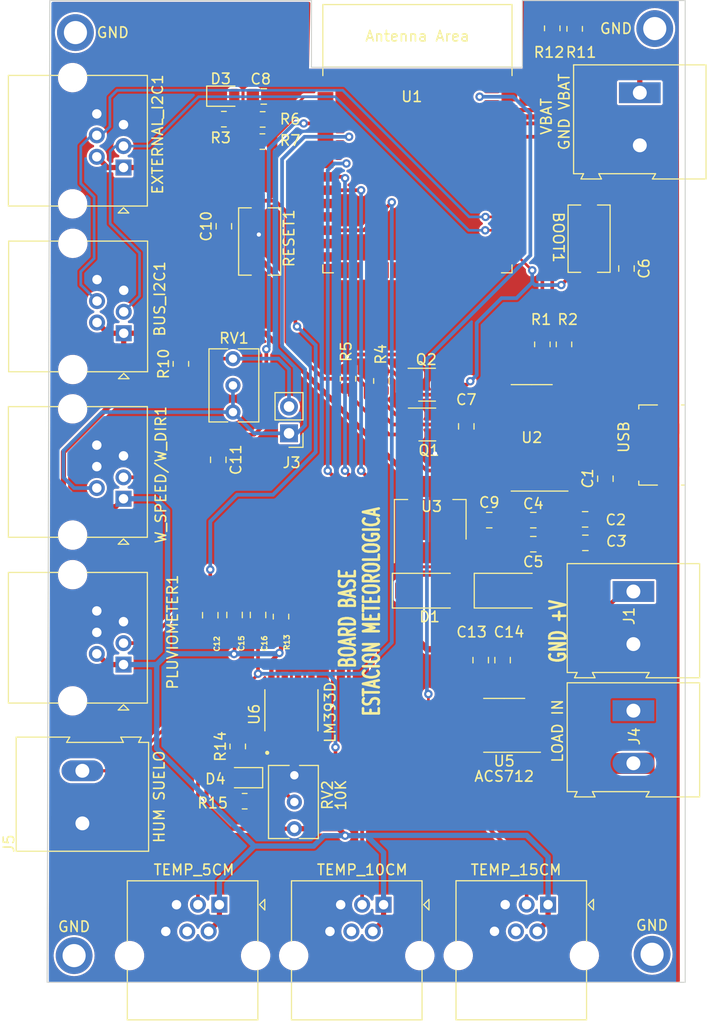
<source format=kicad_pcb>
(kicad_pcb (version 20221018) (generator pcbnew)
  (layers (0 "F.Cu" signal) (31 "B.Cu" signal) (34 "B.Paste" user) (35 "F.Paste" user) (36 "B.SilkS" user "B.Silkscreen") (37 "F.SilkS" user "F.Silkscreen") (38 "B.Mask" user) (39 "F.Mask" user) (44 "Edge.Cuts" user))
  (net 0 "")
  (net 1 "GND")
  (net 2 "Net-(U2-V3)")
  (net 3 "/+5V")
  (net 4 "/+3v3")
  (net 5 "/GPIO0")
  (net 6 "/CHIP_PU")
  (net 7 "/V_EXT")
  (net 8 "/VUSB")
  (net 9 "Net-(D3-A)")
  (net 10 "/D-")
  (net 11 "/D+")
  (net 13 "Net-(Q1-B)")
  (net 14 "/RST")
  (net 15 "Net-(Q2-B)")
  (net 16 "/DTR")
  (net 17 "Net-(U2-TXD)")
  (net 18 "/U0RXD")
  (net 19 "Net-(U2-RXD)")
  (net 20 "/U0TXD")
  (net 21 "Net-(U1-3V3)")
  (net 22 "/GPIO20")
  (net 23 "/GPIO19")
  (net 24 "/GPIO04")
  (net 25 "/GPIO05")
  (net 26 "/GPIO17")
  (net 27 "/GPIO18")
  (net 28 "/GPIO08")
  (net 29 "/GPIO03")
  (net 30 "/GPIO49")
  (net 31 "/GPIO09")
  (net 32 "/GPIO10")
  (net 33 "/GPIO11")
  (net 34 "/GPIO12")
  (net 35 "/GPIO13")
  (net 36 "/GPIO14")
  (net 37 "/GPIO21")
  (net 38 "/GPIO47")
  (net 39 "/GPIO48")
  (net 40 "/GPIO45")
  (net 41 "/GPIO35")
  (net 42 "/GPIO36")
  (net 43 "/GPIO37")
  (net 44 "/GPIO38")
  (net 45 "/GPIO39")
  (net 46 "/GPIO40")
  (net 47 "/GPIO41")
  (net 48 "/GPIO42")
  (net 49 "/GPIO02")
  (net 50 "/GPIO01")
  (net 58 "Net-(J3-Pin_2)")
  (net 59 "/DSB_SIGNAL01")
  (net 61 "/DSB_SIGNAL02")
  (net 63 "/DSB_SIGNAL03")
  (net 65 "/GPIO06")
  (net 66 "Net-(U5-FILTER)")
  (net 67 "/+P")
  (net 68 "/-P")
  (net 69 "/VBAT")
  (net 70 "Net-(D4-A)")
  (net 71 "Net-(U6-1IN-)")
  (net 75 "Net-(D4-K)")
  (footprint "Package_TO_SOT_SMD:SOT-223-3_TabPin2" (layer "F.Cu") (at 174.117 82.7786 90)
    (fp_text reference "U3")
    (fp_text value "3v3 1A" hide)
  )
  (footprint "LED_SMD:LED_0805_2012Metric" (layer "F.Cu") (at 156.4871 107.315 180)
    (fp_text reference "D4")
    (fp_text value "RED_LED" hide)
  )
  (footprint "Diode_SMD:D_SMA" (layer "F.Cu") (at 181.8132 89.535)
    (fp_text reference "D2" hide)
    (fp_text value "D_Schottky" hide)
  )
  (footprint "LED_SMD:LED_0805_2012Metric" (layer "F.Cu") (at 154.5336 42.5196)
    (fp_text reference "D3")
    (fp_text value "RED_LED" hide)
  )
  (footprint "Resistor_SMD:R_0805_2012Metric" (layer "F.Cu") (at 150.3934 67.9704 90)
    (fp_text reference "R10")
    (fp_text value "20K")
  )
  (footprint "MountingHole:MountingHole_2.2mm_M2_ISO7380_Pad" (layer "F.Cu") (at 195.2244 124.1044)
    (fp_text reference "GND")
    (fp_text value "MountingHole_2.2mm_M2_ISO7380_Pad" hide)
  )
  (footprint "MountingHole:MountingHole_2.2mm_M2_ISO7380_Pad" (layer "F.Cu") (at 140.2334 124.2314)
    (fp_text reference "GND")
    (fp_text value "MountingHole_2.2mm_M2_ISO7380_Pad" hide)
  )
  (footprint "LM393:SOIC127P599X175-8N" (layer "F.Cu") (at 160.909 100.908 90)
    (fp_text reference "U6")
    (fp_text value "LM393D")
  )
  (footprint "Connector_RJ:RJ25_Wayconn_MJEA-660X1_Horizontal" (layer "F.Cu") (at 144.9324 96.5614 -90)
    (fp_text reference "PLUVIOMETER1")
    (fp_text value "PLUVIOMETER")
  )
  (footprint "Capacitor_SMD:C_0805_2012Metric_Pad1.18x1.45mm_HandSolder" (layer "F.Cu") (at 192.786 58.9065 -90)
    (fp_text reference "C6")
    (fp_text value "0.1uF" hide)
  )
  (footprint "Capacitor_SMD:C_0805_2012Metric_Pad1.18x1.45mm_HandSolder" (layer "F.Cu") (at 157.734 91.8464 -90)
    (fp_text reference "C16")
    (fp_text value "1uF")
  )
  (footprint "Connector_RJ:RJ25_Wayconn_MJEA-660X1_Horizontal" (layer "F.Cu") (at 154.0554 119.3914)
    (fp_text reference "TEMP_5CM")
    (fp_text value "PLUVIOMETER" hide)
  )
  (footprint "Resistor_SMD:R_0805_2012Metric" (layer "F.Cu") (at 159.9184 92.0007 -90)
    (fp_text reference "R13")
    (fp_text value "10K")
  )
  (footprint "Resistor_SMD:R_0805_2012Metric" (layer "F.Cu") (at 155.8036 104.3451 90)
    (fp_text reference "R14")
    (fp_text value "10K")
  )
  (footprint "PCM_Espressif:ESP32-S3-WROOM-1" (layer "F.Cu") (at 172.8978 49.5622)
    (fp_text reference "U1")
    (fp_text value "ESP32-S3-WROOM-1")
  )
  (footprint "Capacitor_SMD:C_0805_2012Metric_Pad1.18x1.45mm_HandSolder" (layer "F.Cu") (at 158.2752 42.545 180)
    (fp_text reference "C8")
    (fp_text value "0.1uF" hide)
  )
  (footprint "Resistor_SMD:R_0805_2012Metric" (layer "F.Cu") (at 186.8424 66.1162 90)
    (fp_text reference "R2")
    (fp_text value "1K" hide)
  )
  (footprint "Package_TO_SOT_SMD:SOT-23-3" (layer "F.Cu") (at 173.8376 73.7362)
    (fp_text reference "Q1")
    (fp_text value "Q_NPN_BEC" hide)
  )
  (footprint "Button_Switch_SMD:SW_Tactile_SPST_NO_Straight_CK_PTS636Sx25SMTRLFS" (layer "F.Cu") (at 157.8864 56.3372 90)
    (fp_text reference "RESET1")
    (fp_text value "RESET")
  )
  (footprint "Resistor_SMD:R_0805_2012Metric" (layer "F.Cu") (at 169.4688 69.596 -90)
    (fp_text reference "R4")
    (fp_text value "10K" hide)
  )
  (footprint "Capacitor_SMD:C_0805_2012Metric_Pad1.18x1.45mm_HandSolder" (layer "F.Cu") (at 155.4988 91.8464 -90)
    (fp_text reference "C15")
    (fp_text value "1uF")
  )
  (footprint "Connector_USB:USB_Micro-B_Molex_47346-0001" (layer "F.Cu") (at 195.6684 75.6874 90)
    (fp_text reference "USB")
    (fp_text value "USB_B_Micro" hide)
  )
  (footprint "MountingHole:MountingHole_2.2mm_M2_ISO7380_Pad" (layer "F.Cu") (at 140.3604 36.4744)
    (fp_text reference "GND")
    (fp_text value "MountingHole_2.2mm_M2_ISO7380_Pad" hide)
  )
  (footprint "Connector_RJ:RJ25_Wayconn_MJEA-660X1_Horizontal" (layer "F.Cu") (at 144.9544 65.0594 -90)
    (fp_text reference "BUS_I2C1")
    (fp_text value "SEN0501" hide)
  )
  (footprint "Capacitor_SMD:C_0805_2012Metric_Pad1.18x1.45mm_HandSolder" (layer "F.Cu") (at 177.546 73.914 90)
    (fp_text reference "C7")
    (fp_text value "0.1uF" hide)
  )
  (footprint "Button_Switch_SMD:SW_Tactile_SPST_NO_Straight_CK_PTS636Sx25SMTRLFS" (layer "F.Cu") (at 189.23 56.069 -90)
    (fp_text reference "BOOT1")
    (fp_text value "BOOT")
  )
  (footprint "Capacitor_SMD:C_0805_2012Metric_Pad1.18x1.45mm_HandSolder" (layer "F.Cu") (at 153.9494 77.0929 -90)
    (fp_text reference "C11")
    (fp_text value "0.1uF")
  )
  (footprint "Connector_RJ:RJ25_Wayconn_MJEA-660X1_Horizontal" (layer "F.Cu") (at 169.6764 119.3914)
    (fp_text reference "TEMP_10CM")
    (fp_text value "PLUVIOMETER" hide)
  )
  (footprint "Resistor_SMD:R_0805_2012Metric" (layer "F.Cu") (at 166.2938 69.3928 90)
    (fp_text reference "R5")
    (fp_text value "10K" hide)
  )
  (footprint "TerminalBlock:TerminalBlock_Altech_AK300-2_P5.00mm" (layer "F.Cu") (at 194.056 42.193 -90)
    (fp_text reference "VBAT")
    (fp_text value "BAT EXT")
  )
  (footprint "Connector_RJ:RJ25_Wayconn_MJEA-660X1_Horizontal" (layer "F.Cu") (at 144.9324 80.7974 -90)
    (fp_text reference "W_SPEED/W_DIR1")
    (fp_text value "WIND" hide)
  )
  (footprint "Resistor_SMD:R_0805_2012Metric" (layer "F.Cu") (at 185.7248 36.068 -90)
    (fp_text reference "R12")
    (fp_text value "10K")
  )
  (footprint "Package_SO:SOIC-16_3.9x9.9mm_P1.27mm" (layer "F.Cu") (at 183.769 75.0062 180)
    (fp_text reference "U2")
    (fp_text value "CH340C" hide)
  )
  (footprint "Capacitor_SMD:C_0805_2012Metric_Pad1.18x1.45mm_HandSolder" (layer "F.Cu") (at 183.9214 82.8294 180)
    (fp_text reference "C4")
    (fp_text value "0.1uF" hide)
  )
  (footprint "Connector_PinHeader_2.54mm:PinHeader_1x02_P2.54mm_Vertical" (layer "F.Cu") (at 160.6804 74.5744 180)
    (fp_text reference "J3")
    (fp_text value "CON TEST")
  )
  (footprint "Capacitor_SMD:C_0805_2012Metric_Pad1.18x1.45mm_HandSolder" (layer "F.Cu") (at 178.9176 96.139 90)
    (fp_text reference "C13")
    (fp_text value "0.1uF")
  )
  (footprint "Capacitor_SMD:C_0805_2012Metric_Pad1.18x1.45mm_HandSolder" (layer "F.Cu") (at 181.0004 96.139 -90)
    (fp_text reference "C14")
    (fp_text value "1nF")
  )
  (footprint "Resistor_SMD:R_0805_2012Metric" (layer "F.Cu") (at 158.1482 46.8376 180)
    (fp_text reference "R7")
    (fp_text value "10K" hide)
  )
  (footprint "Resistor_SMD:R_0805_2012Metric" (layer "F.Cu") (at 156.4621 109.5502)
    (fp_text reference "R15")
    (fp_text value "1K")
  )
  (footprint "Package_TO_SOT_SMD:SOT-23-3" (layer "F.Cu") (at 173.8122 69.9516)
    (fp_text reference "Q2")
    (fp_text value "Q_NPN_BEC" hide)
  )
  (footprint "Resistor_SMD:R_0805_2012Metric" (layer "F.Cu") (at 154.4828 44.704 180)
    (fp_text reference "R3")
    (fp_text value "1K" hide)
  )
  (footprint "Capacitor_SMD:C_0805_2012Metric_Pad1.18x1.45mm_HandSolder" (layer "F.Cu") (at 188.8744 84.9884 180)
    (fp_text reference "C3")
    (fp_text value "0.1uF" hide)
  )
  (footprint "Potentiometer_THT:Potentiometer_Bourns_3266Y_Vertical" (layer "F.Cu") (at 155.3464 67.4774 90)
    (fp_text reference "RV1")
    (fp_text value "5K")
  )
  (footprint "Resistor_SMD:R_0805_2012Metric" (layer "F.Cu") (at 184.785 66.1162 90)
    (fp_text reference "R1")
    (fp_text value "1K" hide)
  )
  (footprint "Resistor_SMD:R_0805_2012Metric" (layer "F.Cu") (at 158.1736 44.7294)
    (fp_text reference "R6")
    (fp_text value "0R" hide)
  )
  (footprint "Capacitor_SMD:C_0805_2012Metric_Pad1.18x1.45mm_HandSolder" (layer "F.Cu") (at 153.1874 91.8679 -90)
    (fp_text reference "C12")
    (fp_text value "0.1uF")
  )
  (footprint "Diode_SMD:D_SMA" (layer "F.Cu") (at 174.022 89.535)
    (fp_text reference "D1")
    (fp_text value "D_Schottky" hide)
  )
  (footprint "MountingHole:MountingHole_2.2mm_M2_ISO7380_Pad" (layer "F.Cu") (at 195.4784 36.0934)
    (fp_text reference "GND")
    (fp_text value "MountingHole_2.2mm_M2_ISO7380_Pad" hide)
  )
  (footprint "Potentiometer_THT:Potentiometer_Bourns_3266Y_Vertical" (layer "F.Cu") (at 161.1884 112.1664 -90)
    (fp_text reference "RV2")
    (fp_text value "10K")
  )
  (footprint "Capacitor_SMD:C_0805_2012Metric_Pad1.18x1.45mm_HandSolder" (layer "F.Cu") (at 179.7304 82.8294)
    (fp_text reference "C9")
    (fp_text value "10uF" hide)
  )
  (footprint "Resistor_SMD:R_0805_2012Metric" (layer "F.Cu") (at 187.8584 36.1188 90)
    (fp_text reference "R11")
    (fp_text value "10K")
  )
  (footprint "Capacitor_SMD:C_0805_2012Metric_Pad1.18x1.45mm_HandSolder" (layer "F.Cu") (at 188.8529 82.7532 180)
    (fp_text reference "C2")
    (fp_text value "10uF" hide)
  )
  (footprint "Capacitor_SMD:C_0805_2012Metric_Pad1.18x1.45mm_HandSolder" (layer "F.Cu") (at 190.7794 78.8924 90)
    (fp_text reference "C1")
    (fp_text value "0.1uF" hide)
  )
  (footprint "Package_SO:SOIC-8_3.9x4.9mm_P1.27mm" (layer "F.Cu") (at 181.1528 102.3366 180)
    (fp_text reference "U5")
    (fp_text value "ACS712")
  )
  (footprint "Connector_RJ:RJ25_Wayconn_MJEA-660X1_Horizontal" (layer "F.Cu") (at 185.3284 119.3834)
    (fp_text reference "TEMP_15CM")
    (fp_text value "PLUVIOMETER" hide)
  )
  (footprint "TerminalBlock:TerminalBlock_Altech_AK300-2_P5.00mm" (layer "F.Cu") (at 193.4464 100.9432 -90)
    (fp_text reference "J4")
    (fp_text value "LOAD IN")
  )
  (footprint "TerminalBlock:TerminalBlock_Altech_AK300-2_P5.00mm" (layer "F.Cu") (at 141.0208 111.6584 90)
    (fp_text reference "J5")
    (fp_text value "HUM SUELO")
  )
  (footprint "Connector_RJ:RJ25_Wayconn_MJEA-660X1_Horizontal" (layer "F.Cu") (at 144.9324 49.3054 -90)
    (fp_text reference "EXTERNAL_I2C1")
    (fp_text value "EXTENDER I2C" hide)
  )
  (footprint "Capacitor_SMD:C_0805_2012Metric_Pad1.18x1.45mm_HandSolder" (layer "F.Cu") (at 183.9214 85.1154 180)
    (fp_text reference "C5")
    (fp_text value "10uF" hide)
  )
  (footprint "TerminalBlock:TerminalBlock_Altech_AK300-2_P5.00mm" (layer "F.Cu") (at 193.4464 89.6148 -90)
    (fp_text reference "J1")
    (fp_text value "INPUT_EXT" hide)
  )
  (footprint "Capacitor_SMD:C_0805_2012Metric_Pad1.18x1.45mm_HandSolder" (layer "F.Cu") (at 154.4828 54.8894 90)
    (fp_text reference "C10")
    (fp_text value "1uF" hide)
  )
  (gr_poly (pts (xy 137.922 33.4264) (xy 162.814 33.4264) (xy 162.814 39.7764) (xy 182.88 39.7764) (xy 182.88 33.4264) (xy 198.374 33.4264) (xy 198.374 126.7714) (xy 137.668 126.7714)) (stroke (width 0.1)) (fill none) (layer "Edge.Cuts"))
  (gr_text "GND +V\n" (at 187.1464 96.52 90) (layer "F.SilkS") (effects (font (size 1.5 1) (thickness 0.25) bold) (justify left bottom)))
  (gr_text "ESTACION METEOROLOGICA" (at 169.418 101.6 90) (layer "F.SilkS") (effects (font (size 1.5 1) (thickness 0.25) bold) (justify left bottom)))
  (gr_text "BOARD BASE" (at 167.132 97.028 90) (layer "F.SilkS") (effects (font (size 1.5 1) (thickness 0.25) bold) (justify left bottom)))
  (gr_text "GND VBAT" (at 187.452 47.752 90) (layer "F.SilkS") (effects (font (size 1 1)) (justify left bottom)))
  (via (at 157.8102 55.6768) (size 0.8) (drill 0.4) (layers "F.Cu" "B.Cu") (net 1))
  (via (at 174.5742 76.5048) (size 0.8) (drill 0.4) (layers "F.Cu" "B.Cu") (net 1))
  (segment (start 186.244 75.6412) (end 188.3156 75.6412) (width 0.25) (layer "F.Cu") (net 2))
  (segment (start 190.5293 77.8549) (end 190.7794 77.8549) (width 0.25) (layer "F.Cu") (net 2))
  (segment (start 188.3156 75.6412) (end 190.5293 77.8549) (width 0.25) (layer "F.Cu") (net 2))
  (segment (start 175.6156 102.6922) (end 175.6156 95.9358) (width 0.6) (layer "F.Cu") (net 3))
  (segment (start 179.8132 91.5858) (end 179.8132 89.535) (width 0.6) (layer "F.Cu") (net 3))
  (segment (start 172.022 88.88045) (end 172.99305 87.9094) (width 0.6) (layer "F.Cu") (net 3))
  (segment (start 172.022 89.535) (end 172.022 88.88045) (width 0.6) (layer "F.Cu") (net 3))
  (segment (start 178.9176 95.1015) (end 178.9176 92.4814) (width 0.6) (layer "F.Cu") (net 3))
  (segment (start 177.165 104.2416) (end 175.6156 102.6922) (width 0.6) (layer "F.Cu") (net 3))
  (segment (start 187.8369 82.7747) (end 187.8154 82.7532) (width 0.5) (layer "F.Cu") (net 3))
  (segment (start 176.417 85.9286) (end 177.0008 86.5124) (width 0.5) (layer "F.Cu") (net 3))
  (segment (start 172.022 89.535) (end 171.704 89.853) (width 0.6) (layer "F.Cu") (net 3))
  (segment (start 175.5648 87.9094) (end 176.417 87.0572) (width 0.6) (layer "F.Cu") (net 3))
  (segment (start 186.5884 86.8426) (end 187.8369 85.5941) (width 0.6) (layer "F.Cu") (net 3))
  (segment (start 175.6156 95.9358) (end 176.4499 95.1015) (width 0.6) (layer "F.Cu") (net 3))
  (segment (start 176.417 87.0572) (end 176.417 85.9286) (width 0.6) (layer "F.Cu") (net 3))
  (segment (start 177.331 86.8426) (end 186.5884 86.8426) (width 0.6) (layer "F.Cu") (net 3))
  (segment (start 177.4659 95.1015) (end 178.9176 95.1015) (width 0.6) (layer "F.Cu") (net 3))
  (segment (start 178.6778 104.2416) (end 177.165 104.2416) (width 0.6) (layer "F.Cu") (net 3))
  (segment (start 172.99305 87.9094) (end 175.5648 87.9094) (width 0.6) (layer "F.Cu") (net 3))
  (segment (start 187.8369 84.9884) (end 187.8369 82.7747) (width 0.5) (layer "F.Cu") (net 3))
  (segment (start 177.0008 86.5124) (end 177.331 86.8426) (width 0.6) (layer "F.Cu") (net 3))
  (segment (start 171.704 92.9894) (end 173.8161 95.1015) (width 0.6) (layer "F.Cu") (net 3))
  (segment (start 187.8369 85.5941) (end 187.8369 84.9884) (width 0.6) (layer "F.Cu") (net 3))
  (segment (start 176.4499 95.1015) (end 177.4659 95.1015) (width 0.6) (layer "F.Cu") (net 3))
  (segment (start 171.704 89.853) (end 171.704 92.9894) (width 0.6) (layer "F.Cu") (net 3))
  (segment (start 173.8161 95.1015) (end 177.4659 95.1015) (width 0.6) (layer "F.Cu") (net 3))
  (segment (start 178.9176 92.4814) (end 179.8132 91.5858) (width 0.6) (layer "F.Cu") (net 3))
  (segment (start 184.3084 121.9234) (end 185.3284 120.9034) (width 0.5) (layer "F.Cu") (net 4))
  (segment (start 144.9324 96.5614) (end 143.4124 96.5614) (width 0.5) (layer "F.Cu") (net 4))
  (segment (start 144.9324 49.3054) (end 143.4124 49.3054) (width 0.5) (layer "F.Cu") (net 4))
  (segment (start 157.2357 46.8376) (end 157.2357 50.6379) (width 0.5) (layer "F.Cu") (net 4))
  (segment (start 180.7679 79.9773) (end 181.294 79.4512) (width 0.4) (layer "F.Cu") (net 4))
  (segment (start 157.2611 44.7294) (end 157.2611 46.8122) (width 0.5) (layer "F.Cu") (net 4))
  (segment (start 144.9324 49.3054) (end 150.2704 49.3054) (width 0.5) (layer "F.Cu") (net 4))
  (segment (start 174.117 79.6286) (end 172.999 79.6286) (width 0.25) (layer "F.Cu") (net 4))
  (segment (start 172.999 79.6286) (end 159.5882 66.2178) (width 0.5) (layer "F.Cu") (net 4))
  (segment (start 157.3746 109.5502) (end 159.9908 112.1664) (width 0.4) (layer "F.Cu") (net 4))
  (segment (start 150.2704 49.3054) (end 153.0096 52.0446) (width 0.5) (layer "F.Cu") (net 4))
  (segment (start 158.4298 65.0594) (end 159.5882 66.2178) (width 0.5) (layer "F.Cu") (net 4))
  (segment (start 159.9184 92.9621) (end 159.9184 95.3008) (width 0.4) (layer "F.Cu") (net 4))
  (segment (start 157.2357 50.6379) (end 156.337 51.5366) (width 0.5) (layer "F.Cu") (net 4))
  (segment (start 157.2377 44.706) (end 157.2611 44.7294) (width 0.25) (layer "F.Cu") (net 4))
  (segment (start 180.7679 82.8294) (end 182.8839 82.8294) (width 0.5) (layer "F.Cu") (net 4))
  (segment (start 143.4124 49.3054) (end 142.3924 48.2854) (width 0.5) (layer "F.Cu") (net 4))
  (segment (start 144.1704 81.5594) (end 140.8684 81.5594) (width 0.5) (layer "F.Cu") (net 4))
  (segment (start 155.8036 103.4326) (end 154.098 103.4326) (width 0.4) (layer "F.Cu") (net 4))
  (segment (start 180.7679 82.8294) (end 180.7679 79.9773) (width 0.4) (layer "F.Cu") (net 4))
  (segment (start 156.337 51.5366) (end 153.5176 51.5366) (width 0.5) (layer "F.Cu") (net 4))
  (segment (start 153.0096 56.896) (end 153.8224 57.7088) (width 0.5) (layer "F.Cu") (net 4))
  (segment (start 143.4124 96.5614) (end 142.3924 95.5414) (width 0.5) (layer "F.Cu") (net 4))
  (segment (start 159.004 98.438) (end 159.004 96.2152) (width 0.4) (layer "F.Cu") (net 4))
  (segment (start 159.9908 112.1664) (end 161.1884 112.1664) (width 0.25) (layer "F.Cu") (net 4))
  (segment (start 169.6764 120.9114) (end 169.6764 119.3914) (width 0.5) (layer "F.Cu") (net 4))
  (segment (start 155.4988 95.504) (end 155.448 95.5548) (width 0.25) (layer "F.Cu") (net 4))
  (segment (start 182.8839 85.1154) (end 182.8839 82.8294) (width 0.5) (layer "F.Cu") (net 4))
  (segment (start 153.8224 57.7088) (end 157.6578 57.7088) (width 0.5) (layer "F.Cu") (net 4))
  (segment (start 144.9324 80.7974) (end 144.1704 81.5594) (width 0.5) (layer "F.Cu") (net 4))
  (segment (start 157.6578 57.7088) (end 159.5882 59.6392) (width 0.5) (layer "F.Cu") (net 4))
  (segment (start 154.098 103.4326) (end 152.8318 104.6988) (width 0.4) (layer "F.Cu") (net 4))
  (segment (start 144.9544 65.0594) (end 158.4298 65.0594) (width 0.5) (layer "F.Cu") (net 4))
  (segment (start 157.2377 42.545) (end 157.2377 44.706) (width 0.5) (layer "F.Cu") (net 4))
  (segment (start 154.0554 120.9114) (end 154.0554 119.3914) (width 0.5) (layer "F.Cu") (net 4))
  (segment (start 155.067 112.1664) (end 161.1884 112.1664) (width 0.4) (layer "F.Cu") (net 4))
  (segment (start 174.117 85.9286) (end 174.117 79.6286) (width 0.25) (layer "F.Cu") (net 4))
  (segment (start 144.9544 70.6154) (end 144.9544 65.0594) (width 0.5) (layer "F.Cu") (net 4))
  (segment (start 161.1884 112.1664) (end 165.4048 112.1664) (width 0.5) (layer "F.Cu") (net 4))
  (segment (start 168.6564 121.9314) (end 169.6764 120.9114) (width 0.5) (layer "F.Cu") (net 4))
  (segment (start 181.2432 79.4004) (end 181.294 79.4512) (width 0.25) (layer "F.Cu") (net 4))
  (segment (start 159.004 96.2152) (end 159.766 95.4532) (width 0.4) (layer "F.Cu") (net 4))
  (segment (start 159.9184 95.3008) (end 159.766 95.4532) (width 0.25) (layer "F.Cu") (net 4))
  (segment (start 148.3949 65.0594) (end 144.9544 65.0594) (width 0.25) (layer "F.Cu") (net 4))
  (segment (start 179.2224 79.4004) (end 181.2432 79.4004) (width 0.4) (layer "F.Cu") (net 4))
  (segment (start 143.4344 65.0594) (end 142.4144 64.0394) (width 0.5) (layer "F.Cu") (net 4))
  (segment (start 150.3934 67.0579) (end 148.3949 65.0594) (width 0.25) (layer "F.Cu") (net 4))
  (segment (start 174.117 79.6286) (end 178.9942 79.6286) (width 0.4) (layer "F.Cu") (net 4))
  (segment (start 155.3953 44.704) (end 157.2357 44.704) (width 0.4) (layer "F.Cu") (net 4))
  (segment (start 178.9942 79.6286) (end 179.2224 79.4004) (width 0.4) (layer "F.Cu") (net 4))
  (segment (start 153.0354 121.9314) (end 154.0554 120.9114) (width 0.5) (layer "F.Cu") (net 4))
  (segment (start 165.4048 112.1664) (end 165.8874 112.649) (width 0.5) (layer "F.Cu") (net 4))
  (segment (start 153.0096 52.0446) (end 153.0096 56.896) (width 0.5) (layer "F.Cu") (net 4))
  (segment (start 139.2174 79.9084) (end 139.2174 76.3524) (width 0.5) (layer "F.Cu") (net 4))
  (segment (start 144.9544 65.0594) (end 143.4344 65.0594) (width 0.5) (layer "F.Cu") (net 4))
  (segment (start 157.2611 46.8122) (end 157.2357 46.8376) (width 0.25) (layer "F.Cu") (net 4))
  (segment (start 185.3284 120.9034) (end 185.3284 119.3834) (width 0.5) (layer "F.Cu") (net 4))
  (segment (start 139.2174 76.3524) (end 144.9544 70.6154) (width 0.5) (layer "F.Cu") (net 4))
  (segment (start 152.8318 104.6988) (end 152.8318 109.9312) (width 0.4) (layer "F.Cu") (net 4))
  (segment (start 140.8684 81.5594) (end 139.2174 79.9084) (width 0.5) (layer "F.Cu") (net 4))
  (segment (start 152.8318 109.9312) (end 155.067 112.1664) (width 0.4) (layer "F.Cu") (net 4))
  (segment (start 159.5882 59.6392) (end 159.5882 66.2178) (width 0.5) (layer "F.Cu") (net 4))
  (segment (start 155.4988 92.8839) (end 155.4988 95.504) (width 0.35) (layer "F.Cu") (net 4))
  (segment (start 157.2357 44.704) (end 157.2377 44.706) (width 0.25) (layer "F.Cu") (net 4))
  (segment (start 153.5176 51.5366) (end 153.0096 52.0446) (width 0.5) (layer "F.Cu") (net 4))
  (via (at 159.766 95.4532) (size 0.8) (drill 0.4) (layers "F.Cu" "B.Cu") (net 4))
  (via (at 166.0144 112.8268) (size 0.8) (drill 0.4) (layers "F.Cu" "B.Cu") (net 4))
  (via (at 155.448 95.5548) (size 0.8) (drill 0.4) (layers "F.Cu" "B.Cu") (net 4))
  (segment (start 148.0914 104.5304) (end 157.3784 113.8174) (width 0.5) (layer "B.Cu") (net 4))
  (segment (start 168.0734 112.8284) (end 166.016 112.8284) (width 0.5) (layer "B.Cu") (net 4))
  (segment (start 147.9804 80.7974) (end 144.9324 80.7974) (width 0.5) (layer "B.Cu") (net 4))
  (segment (start 168.0734 112.8284) (end 168.1004 112.8014) (width 0.25) (layer "B.Cu") (net 4))
  (segment (start 159.6898 95.5294) (end 159.766 95.4532) (width 0.5) (layer "B.Cu") (net 4))
  (segment (start 144.9324 96.5614) (end 148.0914 96.5614) (width 0.5) (layer "B.Cu") (net 4))
  (segment (start 148.0914 96.5614) (end 148.0914 104.5304) (width 0.5) (layer "B.Cu") (net 4))
  (segment (start 157.3784 113.8174) (end 163.0204 113.8174) (width 0.5) (layer "B.Cu") (net 4))
  (segment (start 148.0914 96.5614) (end 149.1234 95.5294) (width 0.5) (layer "B.Cu") (net 4))
  (segment (start 155.4226 95.5294) (end 155.448 95.5548) (width 0.5) (layer "B.Cu") (net 4))
  (segment (start 149.1234 81.9404) (end 147.9804 80.7974) (width 0.5) (layer "B.Cu") (net 4))
  (segment (start 159.766 95.4532) (end 159.7152 95.504) (width 0.5) (layer "B.Cu") (net 4))
  (segment (start 163.0204 113.8174) (end 164.0094 112.8284) (width 0.5) (layer "B.Cu") (net 4))
  (segment (start 169.6764 114.4314) (end 168.0734 112.8284) (width 0.5) (layer "B.Cu") (net 4))
  (segment (start 166.016 112.8284) (end 166.0144 112.8268) (width 0.5) (layer "B.Cu") (net 4))
  (segment (start 185.3284 114.8434) (end 185.3284 119.3834) (width 0.5) (layer "B.Cu") (net 4))
  (segment (start 168.1004 112.8014) (end 183.2864 112.8014) (width 0.5) (layer "B.Cu") (net 4))
  (segment (start 166.0144 112.8268) (end 166.0128 112.8284) (width 0.5) (layer "B.Cu") (net 4))
  (segment (start 183.2864 112.8014) (end 185.3284 114.8434) (width 0.5) (layer "B.Cu") (net 4))
  (segment (start 155.4734 95.5294) (end 159.6898 95.5294) (width 0.5) (layer "B.Cu") (net 4))
  (segment (start 149.1234 95.5294) (end 149.1234 81.9404) (width 0.5) (layer "B.Cu") (net 4))
  (segment (start 149.1234 95.5294) (end 155.4226 95.5294) (width 0.5) (layer "B.Cu") (net 4))
  (segment (start 169.6764 119.3914) (end 169.6764 114.4314) (width 0.5) (layer "B.Cu") (net 4))
  (segment (start 154.0554 119.3914) (end 154.0554 117.1404) (width 0.5) (layer "B.Cu") (net 4))
  (segment (start 166.0128 112.8284) (end 164.0094 112.8284) (width 0.5) (layer "B.Cu") (net 4))
  (segment (start 155.448 95.5548) (end 155.4734 95.5294) (width 0.5) (layer "B.Cu") (net 4))
  (segment (start 154.0554 117.1404) (end 157.3784 113.8174) (width 0.5) (layer "B.Cu") (net 4))
  (segment (start 183.8198 59.1058) (end 183.7944 59.0804) (width 0.25) (layer "F.Cu") (net 5))
  (segment (start 186.5884 60.4774) (end 187.1218 59.944) (width 0.35) (layer "F.Cu") (net 5))
  (segment (start 189.23 59.944) (end 192.786 59.944) (width 0.35) (layer "F.Cu") (net 5))
  (segment (start 181.6478 57.8122) (end 182.5262 57.8122) (width 0.25) (layer "F.Cu") (net 5))
  (segment (start 183.8198 59.0804) (end 183.8198 59.1058) (width 0.25) (layer "F.Cu") (net 5))
  (segment (start 183.7944 59.0804) (end 183.8198 59.0804) (width 0.25) (layer "F.Cu") (net 5))
  (segment (start 177.5968 69.9516) (end 174.9497 69.9516) (width 0.35) (layer "F.Cu") (net 5))
  (segment (start 182.5262 57.8122) (end 183.7944 59.0804) (width 0.25) (layer "F.Cu") (net 5))
  (segment (start 187.1218 59.944) (end 189.23 59.944) (width 0.35) (layer "F.Cu") (net 5))
  (segment (start 177.927 69.6214) (end 177.5968 69.9516) (width 0.25) (layer "F.Cu") (net 5))
  (via (at 183.8198 59.0804) (size 0.8) (drill 0.4) (layers "F.Cu" "B.Cu") (net 5))
  (via (at 186.5884 60.4774) (size 0.8) (drill 0.4) (layers "F.Cu" "B.Cu") (net 5))
  (via (at 177.927 69.6214) (size 0.8) (drill 0.4) (layers "F.Cu" "B.Cu") (net 5))
  (segment (start 180.8988 61.722) (end 182.3212 61.722) (width 0.35) (layer "B.Cu") (net 5))
  (segment (start 182.3212 61.722) (end 183.8198 60.2234) (width 0.35) (layer "B.Cu") (net 5))
  (segment (start 183.8198 60.2234) (end 183.8198 59.0804) (width 0.35) (layer "B.Cu") (net 5))
  (segment (start 177.927 69.6214) (end 177.9524 69.6214) (width 0.25) (layer "B.Cu") (net 5))
  (segment (start 186.5884 60.4774) (end 184.0738 60.4774) (width 0.35) (layer "B.Cu") (net 5))
  (segment (start 178.5366 69.0372) (end 178.5366 64.0842) (width 0.35) (layer "B.Cu") (net 5))
  (segment (start 184.0738 60.4774) (end 183.8198 60.2234) (width 0.35) (layer "B.Cu") (net 5))
  (segment (start 178.5366 64.0842) (end 180.8988 61.722) (width 0.35) (layer "B.Cu") (net 5))
  (segment (start 177.9524 69.6214) (end 178.5366 69.0372) (width 0.35) (layer "B.Cu") (net 5))
  (segment (start 160.4264 65.8622) (end 163.957 69.3928) (width 0.35) (layer "F.Cu") (net 6))
  (segment (start 159.0607 51.9879) (end 159.0607 46.8376) (width 0.35) (layer "F.Cu") (net 6))
  (segment (start 167.9702 71.1708) (end 170.5356 73.7362) (width 0.35) (layer "F.Cu") (net 6))
  (segment (start 159.0607 46.529) (end 159.0607 46.8376) (width 0.25) (layer "F.Cu") (net 6))
  (segment (start 159.0607 46.8376) (end 159.0607 46.7379) (width 0.25) (layer "F.Cu") (net 6))
  (segment (start 177.5245 72.898) (end 175.26 72.898) (width 0.35) (layer "F.Cu") (net 6))
  (segment (start 154.8384 53.8519) (end 156.2281 52.4622) (width 0.35) (layer "F.Cu") (net 6))
  (segment (start 163.957 69.3928) (end 167.259 69.3928) (width 0.35) (layer "F.Cu") (net 6))
  (segment (start 167.259 69.3928) (end 167.9702 70.104) (width 0.35) (layer "F.Cu") (net 6))
  (segment (start 175.26 72.898) (end 174.9751 73.1829) (width 0.35) (layer "F.Cu") (net 6))
  (segment (start 159.3708 52.4622) (end 160.4264 53.5178) (width 0.35) (layer "F.Cu") (net 6))
  (segment (start 159.1545 46.5855) (end 161.8978 43.8422) (width 0.35) (layer "F.Cu") (net 6))
  (segment (start 158.5864 52.4622) (end 159.0607 51.9879) (width 0.35) (layer "F.Cu") (net 6))
  (segment (start 156.2281 52.4622) (end 158.1482 52.4622) (width 0.35) (layer "F.Cu") (net 6))
  (segment (start 174.9751 73.1829) (end 174.9751 73.7362) (width 0.35) (layer "F.Cu") (net 6))
  (segment (start 159.1545 46.7379) (end 159.1545 46.5855) (width 0.25) (layer "F.Cu") (net 6))
  (segment (start 161.8978 43.8422) (end 164.1478 43.8422) (width 0.35) (layer "F.Cu") (net 6))
  (segment (start 167.9702 70.104) (end 167.9702 71.1708) (width 0.35) (layer "F.Cu") (net 6))
  (segment (start 158.1482 52.4622) (end 158.5864 52.4622) (width 0.25) (layer "F.Cu") (net 6))
  (segment (start 170.5356 73.7362) (end 174.9751 73.7362) (width 0.35) (layer "F.Cu") (net 6))
  (segment (start 160.4264 53.5178) (end 160.4264 65.8622) (width 0.35) (layer "F.Cu") (net 6))
  (segment (start 158.1482 52.4622) (end 159.3708 52.4622) (width 0.35) (layer "F.Cu") (net 6))
  (segment (start 177.546 72.8765) (end 177.5245 72.898) (width 0.35) (layer "F.Cu") (net 6))
  (segment (start 176.5996 89.535) (end 176.5996 88.3986) (width 0.4) (layer "F.Cu") (net 7))
  (segment (start 181.6608 88.265) (end 181.6608 91.5162) (width 0.4) (layer "F.Cu") (net 7))
  (segment (start 190.1952 91.8718) (end 192.4522 89.6148) (width 0.4) (layer "F.Cu") (net 7))
  (segment (start 181.6608 91.5162) (end 182.0164 91.8718) (width 0.4) (layer "F.Cu") (net 7))
  (segment (start 182.0164 91.8718) (end 190.1952 91.8718) (width 0.4) (layer "F.Cu") (net 7))
  (segment (start 192.4522 89.6148) (end 193.4464 89.6148) (width 0.25) (layer "F.Cu") (net 7))
  (segment (start 177.292 87.7062) (end 181.102 87.7062) (width 0.4) (layer "F.Cu") (net 7))
  (segment (start 176.5996 88.3986) (end 177.292 87.7062) (width 0.4) (layer "F.Cu") (net 7))
  (segment (start 181.102 87.7062) (end 181.6608 88.265) (width 0.4) (layer "F.Cu") (net 7))
  (segment (start 183.8132 89.535) (end 189.2808 89.535) (width 0.4) (layer "F.Cu") (net 8))
  (segment (start 192.278 86.5378) (end 192.278 77.8178) (width 0.4) (layer "F.Cu") (net 8))
  (segment (start 192.278 77.8178) (end 192.8114 77.2844) (width 0.4) (layer "F.Cu") (net 8))
  (segment (start 194.2084 76.9874) (end 193.1084 76.9874) (width 0.4) (layer "F.Cu") (net 8))
  (segment (start 192.8114 77.2844) (end 193.1084 76.9874) (width 0.4) (layer "F.Cu") (net 8))
  (segment (start 189.2808 89.535) (end 192.278 86.5378) (width 0.4) (layer "F.Cu") (net 8))
  (segment (start 153.5703 44.704) (end 153.5703 44.6767) (width 0.25) (layer "F.Cu") (net 9))
  (segment (start 153.5703 44.6767) (end 155.4711 42.7759) (width 0.25) (layer "F.Cu") (net 9))
  (segment (start 155.4711 42.7759) (end 155.4711 42.5196) (width 0.25) (layer "F.Cu") (net 9))
  (segment (start 184.7596 73.5838) (end 184.7596 74.5744) (width 0.2) (layer "F.Cu") (net 10))
  (segment (start 184.7596 74.5744) (end 185.1914 75.0062) (width 0.2) (layer "F.Cu") (net 10))
  (segment (start 185.2422 73.1012) (end 184.7596 73.5838) (width 0.2) (layer "F.Cu") (net 10))
  (segment (start 189.8904 76.3524) (end 194.1934 76.3524) (width 0.2) (layer "F.Cu") (net 10))
  (segment (start 188.5442 75.0062) (end 189.8904 76.3524) (width 0.2) (layer "F.Cu") (net 10))
  (segment (start 186.244 73.1012) (end 185.2422 73.1012) (width 0.2) (layer "F.Cu") (net 10))
  (segment (start 185.1914 75.0062) (end 188.5442 75.0062) (width 0.2) (layer "F.Cu") (net 10))
  (segment (start 192.5274 75.6874) (end 194.2084 75.6874) (width 0.35) (layer "F.Cu") (net 11))
  (segment (start 188.976 74.3712) (end 186.244 74.3712) (width 0.35) (layer "F.Cu") (net 11))
  (segment (start 188.976 74.3712) (end 191.2112 74.3712) (width 0.35) (layer "F.Cu") (net 11))
  (segment (start 191.2112 74.3712) (end 192.5274 75.6874) (width 0.35) (layer "F.Cu") (net 11))
  (segment (start 170.8302 72.7862) (end 172.7001 72.7862) (width 0.35) (layer "F.Cu") (net 13))
  (segment (start 169.4688 71.4248) (end 170.8302 72.7862) (width 0.35) (layer "F.Cu") (net 13))
  (segment (start 169.4688 70.5085) (end 169.4688 71.4248) (width 0.35) (layer "F.Cu") (net 13))
  (segment (start 177.0888 76.9112) (end 181.294 76.9112) (width 0.35) (layer "F.Cu") (net 14))
  (segment (start 166.4462 70.3053) (end 166.4462 70.9422) (width 0.35) (layer "F.Cu") (net 14))
  (segment (start 172.698304 77.0437) (end 173.766404 78.1118) (width 0.35) (layer "F.Cu") (net 14))
  (segment (start 175.8882 78.1118) (end 177.0888 76.9112) (width 0.35) (layer "F.Cu") (net 14))
  (segment (start 172.698304 74.6862) (end 172.698304 77.0437) (width 0.35) (layer "F.Cu") (net 14))
  (segment (start 166.4462 70.9422) (end 170.1902 74.6862) (width 0.35) (layer "F.Cu") (net 14))
  (segment (start 173.766404 78.1118) (end 175.8882 78.1118) (width 0.35) (layer "F.Cu") (net 14))
  (segment (start 170.1902 74.6862) (end 172.7001 74.6862) (width 0.35) (layer "F.Cu") (net 14))
  (segment (start 166.9034 67.0814) (end 171.6786 67.0814) (width 0.35) (layer "F.Cu") (net 15))
  (segment (start 166.2938 68.4803) (end 166.2938 67.691) (width 0.35) (layer "F.Cu") (net 15))
  (segment (start 172.6747 68.0775) (end 172.6747 69.0016) (width 0.35) (layer "F.Cu") (net 15))
  (segment (start 171.6786 67.0814) (end 172.6747 68.0775) (width 0.35) (layer "F.Cu") (net 15))
  (segment (start 166.2938 67.691) (end 166.9034 67.0814) (width 0.35) (layer "F.Cu") (net 15))
  (segment (start 179.9082 75.6412) (end 181.294 75.6412) (width 0.35) (layer "F.Cu") (net 16))
  (segment (start 169.4688 68.6835) (end 170.5375 68.6835) (width 0.35) (layer "F.Cu") (net 16))
  (segment (start 171.4856 70.9016) (end 172.6747 70.9016) (width 0.35) (layer "F.Cu") (net 16))
  (segment (start 171.196 70.612) (end 171.4856 70.9016) (width 0.35) (layer "F.Cu") (net 16))
  (segment (start 172.6747 70.9016) (end 177.8102 70.9016) (width 0.35) (layer "F.Cu") (net 16))
  (segment (start 171.196 69.342) (end 171.196 70.612) (width 0.35) (layer "F.Cu") (net 16))
  (segment (start 179.1462 72.2376) (end 179.1462 74.8792) (width 0.35) (layer "F.Cu") (net 16))
  (segment (start 179.1462 74.8792) (end 179.9082 75.6412) (width 0.35) (layer "F.Cu") (net 16))
  (segment (start 170.5375 68.6835) (end 171.196 69.342) (width 0.35) (layer "F.Cu") (net 16))
  (segment (start 177.8102 70.9016) (end 179.1462 72.2376) (width 0.35) (layer "F.Cu") (net 16))
  (segment (start 183.1594 72.8218) (end 184.2516 71.7296) (width 0.25) (layer "F.Cu") (net 17))
  (segment (start 186.244 78.1812) (end 184.6072 78.1812) (width 0.25) (layer "F.Cu") (net 17))
  (segment (start 184.785 69.3166) (end 184.785 67.0287) (width 0.25) (layer "F.Cu") (net 17))
  (segment (start 183.1594 76.7334) (end 183.1594 72.8218) (width 0.25) (layer "F.Cu") (net 17))
  (segment (start 184.6072 78.1812) (end 183.1594 76.7334) (width 0.25) (layer "F.Cu") (net 17))
  (segment (start 184.2516 71.7296) (end 184.2516 69.85) (width 0.25) (layer "F.Cu") (net 17))
  (segment (start 184.2516 69.85) (end 184.785 69.3166) (width 0.25) (layer "F.Cu") (net 17))
  (segment (start 185.674 58.293) (end 185.674 47.244) (width 0.35) (layer "F.Cu") (net 18))
  (segment (start 184.8122 46.3822) (end 181.6478 46.3822) (width 0.35) (layer "F.Cu") (net 18))
  (segment (start 185.674 47.244) (end 184.8122 46.3822) (width 0.35) (layer "F.Cu") (net 18))
  (segment (start 184.785 65.2037) (end 184.785 59.182) (width 0.35) (layer "F.Cu") (net 18))
  (segment (start 184.785 59.182) (end 185.674 58.293) (width 0.35) (layer "F.Cu") (net 18))
  (segment (start 184.8358 71.882) (end 184.8358 70.1802) (width 0.25) (layer "F.Cu") (net 19))
  (segment (start 186.244 76.9112) (end 184.6834 76.9112) (width 0.25) (layer "F.Cu") (net 19))
  (segment (start 183.9468 72.771) (end 184.8358 71.882) (width 0.25) (layer "F.Cu") (net 19))
  (segment (start 186.8424 68.1736) (end 186.8424 67.0287) (width 0.25) (layer "F.Cu") (net 19))
  (segment (start 183.9468 76.1746) (end 183.9468 72.771) (width 0.25) (layer "F.Cu") (net 19))
  (segment (start 184.6834 76.9112) (end 183.9468 76.1746) (width 0.25) (layer "F.Cu") (net 19))
  (segment (start 184.8358 70.1802) (end 186.8424 68.1736) (width 0.25) (layer "F.Cu") (net 19))
  (segment (start 186.5884 46.5836) (end 185.117 45.1122) (width 0.35) (layer "F.Cu") (net 20))
  (segment (start 186.8424 65.2037) (end 186.8424 64.2366) (width 0.35) (layer "F.Cu") (net 20))
  (segment (start 185.7248 59.436) (end 186.5884 58.5724) (width 0.35) (layer "F.Cu") (net 20))
  (segment (start 186.8424 64.2366) (end 185.7248 63.119) (width 0.35) (layer "F.Cu") (net 20))
  (segment (start 185.117 45.1122) (end 181.6478 45.1122) (width 0.35) (layer "F.Cu") (net 20))
  (segment (start 186.5884 58.5724) (end 186.5884 46.5836) (width 0.35) (layer "F.Cu") (net 20))
  (segment (start 185.7248 63.119) (end 185.7248 59.436) (width 0.35) (layer "F.Cu") (net 20))
  (segment (start 162.1264 42.5722) (end 164.1478 42.5722) (width 0.25) (layer "F.Cu") (net 21))
  (segment (start 159.9692 44.7294) (end 162.1264 42.5722) (width 0.25) (layer "F.Cu") (net 21))
  (segment (start 159.0861 44.7294) (end 159.8754 44.7294) (width 0.25) (layer "F.Cu") (net 21))
  (segment (start 157.3784 74.7014) (end 152.6794 74.7014) (width 0.35) (layer "F.Cu") (net 24))
  (segment (start 162.0774 45.1104) (end 164.146 45.1104) (width 0.35) (layer "F.Cu") (net 24))
  (segment (start 158.5214 66.5734) (end 158.5214 73.5584) (width 0.35) (layer "F.Cu") (net 24))
  (segment (start 147.0834 78.7574) (end 144.9324 78.7574) (width 0.35) (layer "F.Cu") (net 24))
  (segment (start 147.0914 78.7654) (end 147.0834 78.7574) (width 0.25) (layer "F.Cu") (net 24))
  (segment (start 152.6794 74.7014) (end 151.1554 74.7014) (width 0.35) (layer "F.Cu") (net 24))
  (segment (start 153.9494 75.9714) (end 152.6794 74.7014) (width 0.35) (layer "F.Cu") (net 24))
  (segment (start 151.1554 74.7014) (end 147.0914 78.7654) (width 0.35) (layer "F.Cu") (net 24))
  (segment (start 164.146 45.1104) (end 164.1478 45.1122) (width 0.25) (layer "F.Cu") (net 24))
  (segment (start 153.9494 76.0554) (end 153.9494 75.9714) (width 0.25) (layer "F.Cu") (net 24))
  (segment (start 158.5214 73.5584) (end 157.3784 74.7014) (width 0.35) (layer "F.Cu") (net 24))
  (via (at 162.0774 45.1104) (size 0.8) (drill 0.4) (layers "F.Cu" "B.Cu") (net 24))
  (via (at 158.5214 66.5734) (size 0.8) (drill 0.4) (layers "F.Cu" "B.Cu") (net 24))
  (segment (start 158.75 66.3448) (end 158.75 47.5488) (width 0.35) (layer "B.Cu") (net 24))
  (segment (start 161.1884 45.1104) (end 162.0774 45.1104) (width 0.35) (layer "B.Cu") (net 24))
  (segment (start 158.75 47.5488) (end 161.1884 45.1104) (width 0.35) (layer "B.Cu") (net 24))
  (segment (start 158.5214 66.5734) (end 158.5352 66.5596) (width 0.25) (layer "B.Cu") (net 24))
  (segment (start 158.5352 66.5596) (end 158.75 66.3448) (width 0.35) (layer "B.Cu") (net 24))
  (segment (start 164.1496 46.3804) (end 164.1478 46.3822) (width 0.25) (layer "F.Cu") (net 25))
  (segment (start 166.3954 46.3804) (end 164.1496 46.3804) (width 0.25) (layer "F.Cu") (net 25))
  (via (at 166.3954 46.3804) (size 0.8) (drill 0.4) (layers "F.Cu" "B.Cu") (net 25))
  (segment (start 157.3634 74.5744) (end 155.3464 72.5574) (width 0.35) (layer "B.Cu") (net 25))
  (segment (start 142.8854 72.5574) (end 155.3464 72.5574) (width 0.35) (layer "B.Cu") (net 25))
  (segment (start 162.2044 68.4784) (end 160.02 66.294) (width 0.35) (layer "B.Cu") (net 25))
  (segment (start 162.2044 73.8124) (end 162.2044 68.4784) (width 0.35) (layer "B.Cu") (net 25))
  (segment (start 161.4424 74.5744) (end 162.2044 73.8124) (width 0.35) (layer "B.Cu") (net 25))
  (segment (start 160.02 48.514) (end 162.1536 46.3804) (width 0.35) (layer "B.Cu") (net 25))
  (segment (start 160.6804 74.5744) (end 157.3634 74.5744) (width 0.35) (layer "B.Cu") (net 25))
  (segment (start 142.3924 79.7774) (end 140.2294 79.7774) (width 0.35) (layer "B.Cu") (net 25))
  (segment (start 162.1536 46.3804) (end 166.3954 46.3804) (width 0.35) (layer "B.Cu") (net 25))
  (segment (start 139.2174 76.2254) (end 142.8854 72.5574) (width 0.35) (layer "B.Cu") (net 25))
  (segment (start 160.6804 74.5744) (end 161.4424 74.5744) (width 0.25) (layer "B.Cu") (net 25))
  (segment (start 155.3464 70.0174) (end 155.3464 72.5574) (width 0.35) (layer "B.Cu") (net 25))
  (segment (start 140.2294 79.7774) (end 139.2174 78.7654) (width 0.35) (layer "B.Cu") (net 25))
  (segment (start 139.2174 78.7654) (end 139.2174 76.2254) (width 0.35) (layer "B.Cu") (net 25))
  (segment (start 160.02 66.294) (end 160.02 48.514) (width 0.35) (layer "B.Cu") (net 25))
  (segment (start 151.5364 99.9236) (end 155.2956 99.9236) (width 0.3) (layer "F.Cu") (net 28))
  (segment (start 165.1 105.5878) (end 165.1 104.4194) (width 0.35) (layer "F.Cu") (net 28))
  (segment (start 157.734 92.8839) (end 158.0173 92.8839) (width 0.25) (layer "F.Cu") (net 28))
  (segment (start 158.0173 92.8839) (end 158.3221 92.8839) (width 0.35) (layer "F.Cu") (net 28))
  (segment (start 162.3568 106.4768) (end 164.211 106.4768) (width 0.35) (layer "F.Cu") (net 28))
  (segment (start 167.7906 55.2722) (end 170.4594 52.6034) (width 0.35) (layer "F.Cu") (net 28))
  (segment (start 155.2956 99.9236) (end 157.734 97.4852) (width 0.3) (layer "F.Cu") (net 28))
  (segment (start 161.544 105.664) (end 162.3568 106.4768) (width 0.35) (layer "F.Cu") (net 28))
  (segment (start 159.7641 91.1371) (end 159.9184 91.1371) (width 0.25) (layer "F.Cu") (net 28))
  (segment (start 141.0208 106.6584) (end 144.8016 106.6584) (width 0.3) (layer "F.Cu") (net 28))
  (segment (start 164.1478 55.2722) (end 167.7906 55.2722) (width 0.35) (layer "F.Cu") (net 28))
  (segment (start 158.3221 92.8839) (end 159.7641 91.4419) (width 0.35) (layer "F.Cu") (net 28))
  (segment (start 157.734 97.4852) (end 157.734 97.4344) (width 0.25) (layer "F.Cu") (net 28))
  (segment (start 161.544 103.378) (end 161.544 105.664) (width 0.35) (layer "F.Cu") (net 28))
  (segment (start 164.211 106.4768) (end 165.1 105.5878) (width 0.35) (layer "F.Cu") (net 28))
  (segment (start 159.7641 91.4419) (end 159.7641 91.1371) (width 0.35) (layer "F.Cu") (net 28))
  (segment (start 144.8016 106.6584) (end 151.5364 99.9236) (width 0.3) (layer "F.Cu") (net 28))
  (segment (start 157.734 97.4344) (end 157.734 92.8839) (width 0.35) (layer "F.Cu") (net 28))
  (via (at 170.4594 52.6034) (size 0.8) (drill 0.4) (layers "F.Cu" "B.Cu") (net 28))
  (via (at 165.1 104.4194) (size 0.8) (drill 0.4) (layers "F.Cu" "B.Cu") (net 28))
  (via (at 157.734 97.4344) (size 0.8) (drill 0.4) (layers "F.Cu" "B.Cu") (net 28))
  (segment (start 167.4876 97.4344) (end 163.9062 97.4344) (width 0.35) (layer "B.Cu") (net 28))
  (segment (start 164.3888 97.4344) (end 163.9062 97.4344) (width 0.25) (layer "B.Cu") (net 28))
  (segment (start 165.1 104.4194) (end 165.1 98.1456) (width 0.35) (layer "B.Cu") (net 28))
  (segment (start 170.4594 94.4626) (end 167.4876 97.4344) (width 0.35) (layer "B.Cu") (net 28))
  (segment (start 170.4594 52.6034) (end 170.4594 94.4626) (width 0.35) (layer "B.Cu") (net 28))
  (segment (start 165.1 98.1456) (end 164.3888 97.4344) (width 0.35) (layer "B.Cu") (net 28))
  (segment (start 163.9062 97.4344) (end 157.734 97.4344) (width 0.35) (layer "B.Cu") (net 28))
  (segment (start 179.3494 55.2722) (end 181.6478 55.2722) (width 0.25) (layer "F.Cu") (net 42))
  (via (at 179.3494 55.2722) (size 0.8) (drill 0.4) (layers "F.Cu" "B.Cu") (net 42))
  (segment (start 146.4564 61.5174) (end 144.9544 63.0194) (width 0.25) (layer "B.Cu") (net 42))
  (segment (start 143.6624 54.6354) (end 146.4564 57.4294) (width 0.25) (layer "B.Cu") (net 42))
  (segment (start 177.7764 55.2722) (end 165.0746 42.5704) (width 0.25) (layer "B.Cu") (net 42))
  (segment (start 146.4564 57.4294) (end 146.4564 61.5174) (width 0.25) (layer "B.Cu") (net 42))
  (segment (start 144.9324 47.2654) (end 144.1744 47.2654) (width 0.25) (layer "B.Cu") (net 42))
  (segment (start 152.0698 42.5704) (end 147.3748 47.2654) (width 0.25) (layer "B.Cu") (net 42))
  (segment (start 144.1744 47.2654) (end 143.6624 47.7774) (width 0.25) (layer "B.Cu") (net 42))
  (segment (start 143.6624 47.7774) (end 143.6624 54.6354) (width 0.25) (layer "B.Cu") (net 42))
  (segment (start 179.3494 55.2722) (end 177.7764 55.2722) (width 0.25) (layer "B.Cu") (net 42))
  (segment (start 147.3748 47.2654) (end 144.9324 47.2654) (width 0.25) (layer "B.Cu") (net 42))
  (segment (start 165.0746 42.5704) (end 152.0698 42.5704) (width 0.25) (layer "B.Cu") (net 42))
  (segment (start 179.376171 54.0022) (end 181.6478 54.0022) (width 0.25) (layer "F.Cu") (net 43))
  (segment (start 179.3748 54.000829) (end 179.376171 54.0022) (width 0.25) (layer "F.Cu") (net 43))
  (via (at 179.3748 54.000829) (size 0.8) (drill 0.4) (layers "F.Cu" "B.Cu") (net 43))
  (segment (start 140.8684 47.2694) (end 140.8684 50.8254) (width 0.25) (layer "B.Cu") (net 43))
  (segment (start 144.3228 41.9608) (end 143.637 42.6466) (width 0.25) (layer "B.Cu") (net 43))
  (segment (start 140.8684 50.8254) (end 142.1384 52.0954) (width 0.25) (layer "B.Cu") (net 43))
  (segment (start 143.637 45.4152) (end 142.8068 46.2454) (width 0.25) (layer "B.Cu") (net 43))
  (segment (start 143.637 42.6466) (end 143.637 45.4152) (width 0.25) (layer "B.Cu") (net 43))
  (segment (start 177.825829 54.000829) (end 165.7858 41.9608) (width 0.25) (layer "B.Cu") (net 43))
  (segment (start 140.8684 59.2074) (end 140.8684 60.4534) (width 0.25) (layer "B.Cu") (net 43))
  (segment (start 140.8684 60.4534) (end 142.4144 61.9994) (width 0.25) (layer "B.Cu") (net 43))
  (segment (start 142.8068 46.2454) (end 142.3924 46.2454) (width 0.25) (layer "B.Cu") (net 43))
  (segment (start 141.8924 46.2454) (end 140.8684 47.2694) (width 0.25) (layer "B.Cu") (net 43))
  (segment (start 179.3748 54.000829) (end 177.825829 54.000829) (width 0.25) (layer "B.Cu") (net 43))
  (segment (start 165.7858 41.9608) (end 144.3228 41.9608) (width 0.25) (layer "B.Cu") (net 43))
  (segment (start 142.1384 57.9374) (end 140.8684 59.2074) (width 0.25) (layer "B.Cu") (net 43))
  (segment (start 142.1384 52.0954) (end 142.1384 57.9374) (width 0.25) (layer "B.Cu") (net 43))
  (segment (start 142.3924 46.2454) (end 141.8924 46.2454) (width 0.25) (layer "B.Cu") (net 43))
  (segment (start 187.8584 39.0652) (end 187.8584 37.0313) (width 0.4) (layer "F.Cu") (net 49))
  (segment (start 184.5546 43.8422) (end 185.2676 43.1292) (width 0.4) (layer "F.Cu") (net 49))
  (segment (start 187.8076 36.9805) (end 187.8584 37.0313) (width 0.25) (layer "F.Cu") (net 49))
  (segment (start 185.2676 41.656) (end 187.8584 39.0652) (width 0.4) (layer "F.Cu") (net 49))
  (segment (start 185.7248 36.9805) (end 187.8076 36.9805) (width 0.4) (layer "F.Cu") (net 49))
  (segment (start 181.6478 43.8422) (end 184.5546 43.8422) (width 0.4) (layer "F.Cu") (net 49))
  (segment (start 185.2676 43.1292) (end 185.2676 41.656) (width 0.4) (layer "F.Cu") (net 49))
  (segment (start 173.9392 103.6828) (end 173.9392 99.3648) (width 0.25) (layer "F.Cu") (net 50))
  (segment (start 178.6778 102.9716) (end 180.3908 102.9716) (width 0.25) (layer "F.Cu") (net 50))
  (segment (start 180.7972 103.378) (end 180.7972 105.4608) (width 0.25) (layer "F.Cu") (net 50))
  (segment (start 180.7464 105.5116) (end 180.4416 105.8164) (width 0.25) (layer "F.Cu") (net 50))
  (segment (start 178.816 42.5722) (end 181.6478 42.5722) (width 0.25) (layer "F.Cu") (net 50))
  (segment (start 180.7972 105.4608) (end 180.7464 105.5116) (width 0.25) (layer "F.Cu") (net 50))
  (segment (start 180.3908 102.9716) (end 180.7972 103.378) (width 0.25) (layer "F.Cu") (net 50))
  (segment (start 180.4416 105.8164) (end 176.0728 105.8164) (width 0.25) (layer "F.Cu") (net 50))
  (segment (start 176.0728 105.8164) (end 173.9392 103.6828) (width 0.25) (layer "F.Cu") (net 50))
  (via (at 173.9392 99.3648) (size 0.8) (drill 0.4) (layers "F.Cu" "B.Cu") (net 50))
  (via (at 178.816 42.5722) (size 0.8) (drill 0.4) (layers "F.Cu" "B.Cu") (net 50))
  (segment (start 178.816 42.5722) (end 182.0182 42.5722) (width 0.35) (layer "B.Cu") (net 50))
  (segment (start 173.8492 99.2748) (end 173.9392 99.3648) (width 0.25) (layer "B.Cu") (net 50))
  (segment (start 173.7992 67.5008) (end 173.7992 99.2248) (width 0.35) (layer "B.Cu") (net 50))
  (segment (start 183.642 57.658) (end 173.7992 67.5008) (width 0.35) (layer "B.Cu") (net 50))
  (segment (start 182.0182 42.5722) (end 183.642 44.196) (width 0.35) (layer "B.Cu") (net 50))
  (segment (start 183.642 44.196) (end 183.642 57.658) (width 0.35) (layer "B.Cu") (net 50))
  (segment (start 173.7992 99.2248) (end 173.8492 99.2748) (width 0.35) (layer "B.Cu") (net 50))
  (segment (start 150.3934 68.8829) (end 152.1479 68.8829) (width 0.35) (layer "F.Cu") (net 58))
  (segment (start 153.5534 67.4774) (end 155.3464 67.4774) (width 0.35) (layer "F.Cu") (net 58))
  (segment (start 152.1479 68.8829) (end 153.5534 67.4774) (width 0.35) (layer "F.Cu") (net 58))
  (segment (start 160.6804 72.0344) (end 160.6804 68.4784) (width 0.35) (layer "B.Cu") (net 58))
  (segment (start 160.6804 68.4784) (end 159.6794 67.4774) (width 0.35) (layer "B.Cu") (net 58))
  (segment (start 159.6794 67.4774) (end 155.3464 67.4774) (width 0.35) (layer "B.Cu") (net 58))
  (segment (start 166.1396 48.9222) (end 164.1478 48.9222) (width 0.25) (layer "F.Cu") (net 59))
  (segment (start 163.83 101.092) (end 164.846 100.076) (width 0.35) (layer "F.Cu") (net 59))
  (segment (start 154.94 101.092) (end 163.83 101.092) (width 0.35) (layer "F.Cu") (net 59))
  (segment (start 164.846 100.076) (end 164.846 78.613) (width 0.35) (layer "F.Cu") (net 59))
  (segment (start 166.1414 48.9204) (end 166.1396 48.9222) (width 0.25) (layer "F.Cu") (net 59))
  (segment (start 152.0154 104.0166) (end 154.94 101.092) (width 0.35) (layer "F.Cu") (net 59))
  (segment (start 152.0154 119.3914) (end 152.0154 104.0166) (width 0.35) (layer "F.Cu") (net 59))
  (segment (start 164.846 78.613) (end 164.3634 78.1304) (width 0.35) (layer "F.Cu") (net 59))
  (via (at 164.3634 78.1304) (size 0.8) (drill 0.4) (layers "F.Cu" "B.Cu") (net 59))
  (via (at 166.1414 48.9204) (size 0.8) (drill 0.4) (layers "F.Cu" "B.Cu") (net 59))
  (segment (start 164.3634 49.5554) (end 164.3634 78.1304) (width 0.35) (layer "B.Cu") (net 59))
  (segment (start 164.9984 48.9204) (end 164.3634 49.5554) (width 0.35) (layer "B.Cu") (net 59))
  (segment (start 166.1414 48.9204) (end 164.9984 48.9204) (width 0.35) (layer "B.Cu") (net 59))
  (segment (start 166.0144 50.3174) (end 165.8874 50.1904) (width 0.25) (layer "F.Cu") (net 61))
  (segment (start 166.37 104.14) (end 166.37 78.494) (width 0.35) (layer "F.Cu") (net 61))
  (segment (start 165.8874 50.1904) (end 164.1496 50.1904) (width 0.35) (layer "F.Cu") (net 61))
  (segment (start 167.6364 105.4064) (end 166.37 104.14) (width 0.35) (layer "F.Cu") (net 61))
  (segment (start 166.37 78.494) (end 166.0064 78.1304) (width 0.25) (layer "F.Cu") (net 61))
  (segment (start 167.6364 119.3914) (end 167.6364 105.4064) (width 0.35) (layer "F.Cu") (net 61))
  (segment (start 164.1496 50.1904) (end 164.1478 50.1922) (width 0.25) (layer "F.Cu") (net 61))
  (via (at 166.0064 78.1304) (size 0.8) (drill 0.4) (layers "F.Cu" "B.Cu") (net 61))
  (via (at 166.0144 50.3174) (size 0.8) (drill 0.4) (layers "F.Cu" "B.Cu") (net 61))
  (segment (start 166.0144 50.3174) (end 166.0064 50.3254) (width 0.25) (layer "B.Cu") (net 61))
  (segment (start 166.0064 50.3254) (end 166.0064 78.1304) (width 0.35) (layer "B.Cu") (net 61))
  (segment (start 183.2884 119.3834) (end 183.2884 115.7244) (width 0.35) (layer "F.Cu") (net 63))
  (segment (start 167.5384 51.4604) (end 167.5366 51.4622) (width 0.25) (layer "F.Cu") (net 63))
  (segment (start 168.656 79.248) (end 167.5384 78.1304) (width 0.35) (layer "F.Cu") (net 63))
  (segment (start 168.656 101.092) (end 168.656 79.248) (width 0.35) (layer "F.Cu") (net 63))
  (segment (start 167.5366 51.4622) (end 164.1478 51.4622) (width 0.35) (layer "F.Cu") (net 63))
  (segment (start 183.2884 115.7244) (end 168.656 101.092) (width 0.35) (layer "F.Cu") (net 63))
  (via (at 167.5384 78.1304) (size 0.8) (drill 0.4) (layers "F.Cu" "B.Cu") (net 63))
  (via (at 167.5384 51.4604) (size 0.8) (drill 0.4) (layers "F.Cu" "B.Cu") (net 63))
  (segment (start 167.5384 78.1304) (end 167.5384 51.4604) (width 0.35) (layer "B.Cu") (net 63))
  (segment (start 164.1478 47.6522) (end 162.8376 47.6522) (width 0.35) (layer "F.Cu") (net 65))
  (segment (start 147.0834 94.5214) (end 150.7744 90.8304) (width 0.35) (layer "F.Cu") (net 65))
  (segment (start 162.8376 47.6522) (end 161.29 49.1998) (width 0.35) (layer "F.Cu") (net 65))
  (segment (start 150.7744 90.8304) (end 153.1874 90.8304) (width 0.35) (layer "F.Cu") (net 65))
  (segment (start 153.1874 87.5284) (end 153.1874 90.8304) (width 0.35) (layer "F.Cu") (net 65))
  (segment (start 144.9324 94.5214) (end 147.0834 94.5214) (width 0.35) (layer "F.Cu") (net 65))
  (segment (start 161.29 64.262) (end 161.4424 64.4144) (width 0.35) (layer "F.Cu") (net 65))
  (segment (start 161.29 49.1998) (end 161.29 64.262) (width 0.35) (layer "F.Cu") (net 65))
  (via (at 161.4424 64.4144) (size 0.8) (drill 0.4) (layers "F.Cu" "B.Cu") (net 65))
  (via (at 153.1874 87.5284) (size 0.8) (drill 0.4) (layers "F.Cu" "B.Cu") (net 65))
  (segment (start 163.2204 76.3524) (end 159.1564 80.4164) (width 0.35) (layer "B.Cu") (net 65))
  (segment (start 163.2204 66.1924) (end 163.2204 76.3524) (width 0.35) (layer "B.Cu") (net 65))
  (segment (start 161.4424 64.4144) (end 163.2204 66.1924) (width 0.35) (layer "B.Cu") (net 65))
  (segment (start 153.1874 82.9564) (end 153.1874 87.5284) (width 0.35) (layer "B.Cu") (net 65))
  (segment (start 155.7274 80.4164) (end 153.1874 82.9564) (width 0.35) (layer "B.Cu") (net 65))
  (segment (start 159.1564 80.4164) (end 155.7274 80.4164) (width 0.35) (layer "B.Cu") (net 65))
  (segment (start 181.0004 100.8634) (end 181.0004 97.1765) (width 0.4) (layer "F.Cu") (net 66))
  (segment (start 180.1622 101.7016) (end 181.0004 100.8634) (width 0.4) (layer "F.Cu") (net 66))
  (segment (start 178.6778 101.7016) (end 180.1622 101.7016) (width 0.4) (layer "F.Cu") (net 66))
  (segment (start 194.056 42.193) (end 194.056 39.624) (width 0.5) (layer "F.Cu") (net 69))
  (segment (start 189.6383 35.2063) (end 187.8584 35.2063) (width 0.5) (layer "F.Cu") (net 69))
  (segment (start 194.056 39.624) (end 189.6383 35.2063) (width 0.5) (layer "F.Cu") (net 69))
  (segment (start 155.5496 107.315) (end 155.5496 109.5502) (width 0.35) (layer "F.Cu") (net 70))
  (segment (start 161.1884 109.6264) (end 159.6136 108.0516) (width 0.35) (layer "F.Cu") (net 71))
  (segment (start 160.274 105.664) (end 160.274 103.378) (width 0.35) (layer "F.Cu") (net 71))
  (segment (start 159.6136 106.3244) (end 160.274 105.664) (width 0.35) (layer "F.Cu") (net 71))
  (segment (start 159.6136 108.0516) (end 159.6136 106.3244) (width 0.35) (layer "F.Cu") (net 71))
  (segment (start 156.5656 105.2576) (end 155.8036 105.2576) (width 0.35) (layer "F.Cu") (net 75))
  (segment (start 159.004 104.648) (end 159.004 103.378) (width 0.35) (layer "F.Cu") (net 75))
  (segment (start 157.4246 107.315) (end 157.4246 106.2274) (width 0.35) (layer "F.Cu") (net 75))
  (segment (start 157.4246 106.8786) (end 157.4246 106.1166) (width 0.35) (layer "F.Cu") (net 75))
  (segment (start 157.4246 106.2274) (end 159.004 104.648) (width 0.35) (layer "F.Cu") (net 75))
  (segment (start 157.4246 106.1166) (end 156.5656 105.2576) (width 0.35) (layer "F.Cu") (net 75))
  (zone (net 68) (net_name "/-P") (layer "F.Cu") (priority 2) (connect_pads yes (clearance 0)) (min_thickness 0.25) (fill yes (thermal_gap 0.5) (thermal_bridge_width 0.5))
    (polygon (pts (xy 182.3212 99.695) (xy 182.3212 102.1842) (xy 195.6308 102.1842) (xy 195.6308 99.695)))
  )
  (zone (net 1) (net_name "GND") (layer "F.Cu") (connect_pads yes (clearance 0)) (min_thickness 0.25) (fill yes (thermal_gap 0.5) (thermal_bridge_width 0.5))
    (polygon (pts (xy 138.2014 33.5534) (xy 162.7124 33.5534) (xy 162.5854 39.9034) (xy 182.9054 39.9034) (xy 182.9054 33.4264) (xy 197.7644 33.4264) (xy 197.866 126.746) (xy 137.8204 126.7714)))
  )
  (zone (net 67) (net_name "/+P") (layer "F.Cu") (priority 3) (connect_pads yes (clearance 0)) (min_thickness 0.25) (fill yes (thermal_gap 0.5) (thermal_bridge_width 0.5))
    (polygon (pts (xy 182.3212 102.5398) (xy 185.2676 102.5398) (xy 186.944 105.029) (xy 195.4276 104.9274) (xy 195.4784 106.9594) (xy 182.3212 106.9594)))
  )
  (zone (net 1) (net_name "GND") (layer "B.Cu") (priority 1) (connect_pads yes (clearance 0)) (min_thickness 0.25) (fill yes (thermal_gap 0.5) (thermal_bridge_width 0.5))
    (polygon (pts (xy 138.0744 33.5534) (xy 162.5854 33.5534) (xy 162.5854 39.9034) (xy 182.9054 39.9034) (xy 183.0324 33.4264) (xy 197.7644 33.4264) (xy 197.5104 126.7714) (xy 137.8204 126.7714)))
  )
)
</source>
